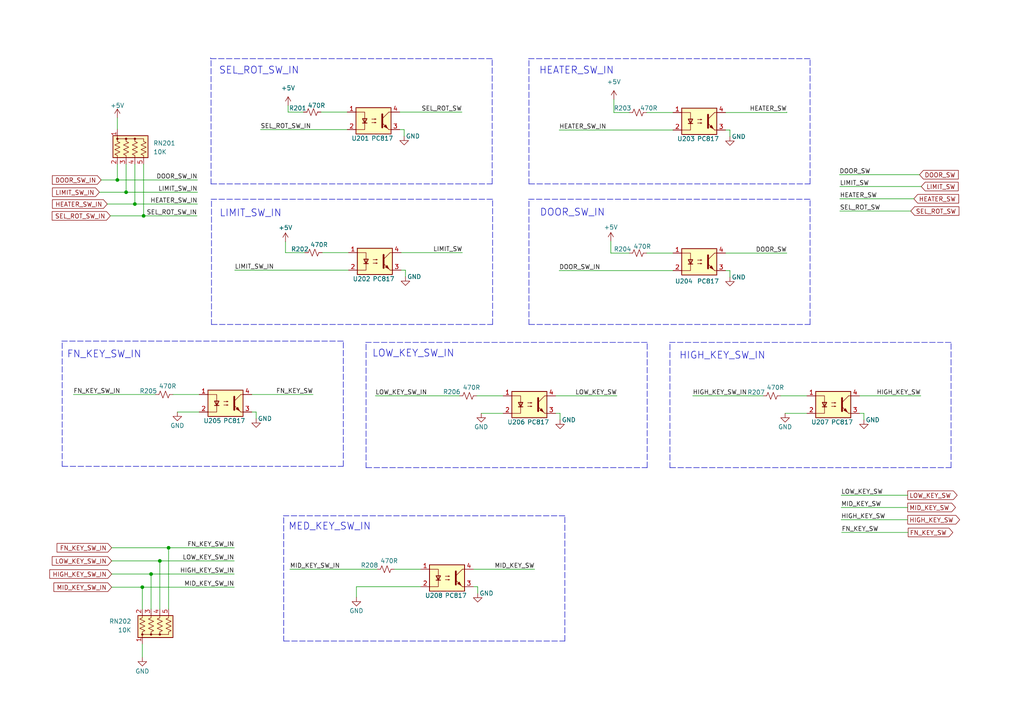
<source format=kicad_sch>
(kicad_sch (version 20211123) (generator eeschema)
  (paper "A4")
  (lib_symbols
    (symbol "Device:R_Network04_US" (pin_names (offset 0) hide)
      (property "Reference" "RN" (at -7.62 0 90))
      (property "Value" "R_Network04_US" (at 5.08 0 90))
      (symbol "R_Network04_US_0_1"
        (rectangle (start -6.35 -3.175) (end 3.81 3.175) (stroke (width 0.254)) (fill (type background)))
        (circle (center -5.08 2.286) (radius 0.254) (fill (type outline)))
        (circle (center -2.54 2.286) (radius 0.254) (fill (type outline)))
        (polyline (pts (xy -5.08 2.286) (xy 2.54 2.286)))
        (polyline (pts (xy -5.08 2.286) (xy -5.08 1.524) (xy -4.318 1.1684) (xy -5.842 0.508) (xy -4.318 -0.1524) (xy -5.842 -0.8382) (xy -4.318 -1.524) (xy -5.842 -2.1844) (xy -5.08 -2.54) (xy -5.08 -3.81)))
        (polyline (pts (xy -2.54 2.286) (xy -2.54 1.524) (xy -1.778 1.1684) (xy -3.302 0.508) (xy -1.778 -0.1524) (xy -3.302 -0.8382) (xy -1.778 -1.524) (xy -3.302 -2.1844) (xy -2.54 -2.54) (xy -2.54 -3.81)))
        (polyline (pts (xy 0 2.286) (xy 0 1.524) (xy 0.762 1.1684) (xy -0.762 0.508) (xy 0.762 -0.1524) (xy -0.762 -0.8382) (xy 0.762 -1.524) (xy -0.762 -2.1844) (xy 0 -2.54) (xy 0 -3.81)))
        (polyline (pts (xy 2.54 2.286) (xy 2.54 1.524) (xy 3.302 1.1684) (xy 1.778 0.508) (xy 3.302 -0.1524) (xy 1.778 -0.8382) (xy 3.302 -1.524) (xy 1.778 -2.1844) (xy 2.54 -2.54) (xy 2.54 -3.81)))
        (circle (center 0 2.286) (radius 0.254) (fill (type outline)))
      )
      (symbol "R_Network04_US_1_1"
        (pin passive line (at -5.08 5.08 270) (length 2.54) (name "common") (number "1"))
        (pin passive line (at -5.08 -5.08 90) (length 1.27) (name "R1") (number "2"))
        (pin passive line (at -2.54 -5.08 90) (length 1.27) (name "R2") (number "3"))
        (pin passive line (at 0 -5.08 90) (length 1.27) (name "R3") (number "4"))
        (pin passive line (at 2.54 -5.08 90) (length 1.27) (name "R4") (number "5"))
      )
    )
    (symbol "Device:R_Small_US" (pin_numbers hide) (pin_names (offset 0.254) hide)
      (property "Reference" "R" (at 0.762 0.508 0))
      (property "Value" "R_Small_US" (at 0.762 -1.016 0))
      (symbol "R_Small_US_1_1"
        (polyline (pts (xy 0 0) (xy 1.016 -0.381) (xy 0 -0.762) (xy -1.016 -1.143) (xy 0 -1.524)))
        (polyline (pts (xy 0 1.524) (xy 1.016 1.143) (xy 0 0.762) (xy -1.016 0.381) (xy 0 0)))
        (pin passive line (at 0 2.54 270) (length 1.016) (name "~") (number "1"))
        (pin passive line (at 0 -2.54 90) (length 1.016) (name "~") (number "2"))
      )
    )
    (symbol "Isolator:PC817" (pin_names (offset 1.016))
      (property "Reference" "U" (at -5.08 5.08 0))
      (property "Value" "PC817" (at 0 5.08 0))
      (symbol "PC817_0_1"
        (rectangle (start -5.08 3.81) (end 5.08 -3.81) (stroke (width 0.254)) (fill (type background)))
        (polyline (pts (xy -3.175 -0.635) (xy -1.905 -0.635)) (stroke (width 0.254)))
        (polyline (pts (xy 2.54 0.635) (xy 4.445 2.54)))
        (polyline (pts (xy 4.445 -2.54) (xy 2.54 -0.635)) (fill (type outline)))
        (polyline (pts (xy 4.445 -2.54) (xy 5.08 -2.54)))
        (polyline (pts (xy 4.445 2.54) (xy 5.08 2.54)))
        (polyline (pts (xy -5.08 2.54) (xy -2.54 2.54) (xy -2.54 -0.635)))
        (polyline (pts (xy -2.54 -0.635) (xy -2.54 -2.54) (xy -5.08 -2.54)))
        (polyline (pts (xy 2.54 1.905) (xy 2.54 -1.905) (xy 2.54 -1.905)) (stroke (width 0.508)))
        (polyline (pts (xy -2.54 -0.635) (xy -3.175 0.635) (xy -1.905 0.635) (xy -2.54 -0.635)) (stroke (width 0.254)))
        (polyline (pts (xy -0.508 -0.508) (xy 0.762 -0.508) (xy 0.381 -0.635) (xy 0.381 -0.381) (xy 0.762 -0.508)))
        (polyline (pts (xy -0.508 0.508) (xy 0.762 0.508) (xy 0.381 0.381) (xy 0.381 0.635) (xy 0.762 0.508)))
        (polyline (pts (xy 3.048 -1.651) (xy 3.556 -1.143) (xy 4.064 -2.159) (xy 3.048 -1.651) (xy 3.048 -1.651)) (fill (type outline)))
      )
      (symbol "PC817_1_1"
        (pin passive line (at -7.62 2.54 0) (length 2.54) (name "~") (number "1"))
        (pin passive line (at -7.62 -2.54 0) (length 2.54) (name "~") (number "2"))
        (pin passive line (at 7.62 -2.54 180) (length 2.54) (name "~") (number "3"))
        (pin passive line (at 7.62 2.54 180) (length 2.54) (name "~") (number "4"))
      )
    )
    (symbol "power:+5V" (power) (pin_names (offset 0))
      (property "Value" "+5V" (at 0 3.556 0))
      (symbol "+5V_0_1"
        (polyline (pts (xy -0.762 1.27) (xy 0 2.54)))
        (polyline (pts (xy 0 0) (xy 0 2.54)))
        (polyline (pts (xy 0 2.54) (xy 0.762 1.27)))
      )
      (symbol "+5V_1_1"
        (pin power_in line (at 0 0 90) (length 0) hide (name "+5V") (number "1"))
      )
    )
    (symbol "power:GND" (power) (pin_names (offset 0))
      (property "Value" "GND" (at 0 -3.81 0))
      (symbol "GND_0_1"
        (polyline (pts (xy 0 0) (xy 0 -1.27) (xy 1.27 -1.27) (xy 0 -2.54) (xy -1.27 -1.27) (xy 0 -1.27)))
      )
      (symbol "GND_1_1"
        (pin power_in line (at 0 0 270) (length 0) hide (name "GND") (number "1"))
      )
    )
  )
  (junction (at 46.355 162.687))
  (junction (at 36.576 55.753))
  (junction (at 41.656 62.611))
  (junction (at 43.815 166.497))
  (junction (at 48.895 158.877))
  (junction (at 34.036 52.197))
  (junction (at 39.116 59.182))
  (junction (at 41.275 170.307))
  (wire (pts (xy 182.499 32.639) (xy 178.054 32.639)))
  (wire (pts (xy 211.709 78.486) (xy 210.439 78.486)))
  (wire (pts (xy 263.398 154.432) (xy 244.094 154.432)))
  (wire (pts (xy 162.179 37.719) (xy 195.199 37.719)))
  (polyline (pts (xy 82.296 185.928) (xy 163.83 185.928)))
  (wire (pts (xy 250.571 119.888) (xy 249.301 119.888)))
  (wire (pts (xy 178.054 32.639) (xy 178.054 28.829)))
  (wire (pts (xy 227.711 119.888) (xy 234.061 119.888)))
  (wire (pts (xy 32.004 62.611) (xy 41.656 62.611)))
  (wire (pts (xy 93.091 32.512) (xy 100.711 32.512)))
  (wire (pts (xy 210.439 37.719) (xy 211.709 37.719)))
  (wire (pts (xy 117.221 39.497) (xy 117.221 37.592)))
  (wire (pts (xy 138.303 114.808) (xy 145.923 114.808)))
  (polyline (pts (xy 194.31 135.636) (xy 275.844 135.636)))
  (wire (pts (xy 115.951 32.512) (xy 133.985 32.512)))
  (wire (pts (xy 41.275 170.307) (xy 32.385 170.307)))
  (polyline (pts (xy 142.875 57.785) (xy 61.214 57.785)))
  (wire (pts (xy 46.355 162.687) (xy 32.385 162.687)))
  (wire (pts (xy 29.337 52.197) (xy 34.036 52.197)))
  (wire (pts (xy 67.945 170.307) (xy 41.275 170.307)))
  (wire (pts (xy 162.433 121.793) (xy 162.433 119.888)))
  (polyline (pts (xy 275.844 99.314) (xy 194.183 99.314)))
  (wire (pts (xy 43.815 166.497) (xy 32.385 166.497)))
  (polyline (pts (xy 153.416 58.293) (xy 153.416 94.107)))
  (wire (pts (xy 36.576 55.753) (xy 57.277 55.753)))
  (polyline (pts (xy 106.172 135.636) (xy 187.706 135.636)))
  (wire (pts (xy 83.566 32.512) (xy 88.011 32.512)))
  (polyline (pts (xy 163.83 149.606) (xy 82.169 149.606)))
  (polyline (pts (xy 234.95 53.34) (xy 234.95 17.018)))
  (wire (pts (xy 162.433 119.888) (xy 161.163 119.888)))
  (wire (pts (xy 67.945 166.497) (xy 43.815 166.497)))
  (wire (pts (xy 82.804 73.279) (xy 82.804 70.104)))
  (wire (pts (xy 162.179 78.486) (xy 195.199 78.486)))
  (wire (pts (xy 117.221 37.592) (xy 115.951 37.592)))
  (polyline (pts (xy 61.214 53.34) (xy 142.748 53.34)))
  (polyline (pts (xy 153.416 94.107) (xy 234.95 94.107)))
  (wire (pts (xy 48.895 158.877) (xy 32.385 158.877)))
  (wire (pts (xy 51.435 119.507) (xy 57.785 119.507)))
  (wire (pts (xy 93.472 73.279) (xy 101.092 73.279)))
  (polyline (pts (xy 142.875 94.107) (xy 142.875 57.785)))
  (wire (pts (xy 43.815 166.497) (xy 43.815 176.657)))
  (wire (pts (xy 117.602 78.359) (xy 116.332 78.359)))
  (wire (pts (xy 21.2852 114.427) (xy 45.085 114.427)))
  (wire (pts (xy 263.271 147.193) (xy 243.967 147.193)))
  (wire (pts (xy 39.116 47.625) (xy 39.116 59.182)))
  (wire (pts (xy 83.566 30.607) (xy 83.566 32.512)))
  (wire (pts (xy 84.074 165.1) (xy 109.347 165.1)))
  (polyline (pts (xy 194.31 99.822) (xy 194.31 135.636)))
  (wire (pts (xy 263.271 150.749) (xy 243.967 150.749)))
  (wire (pts (xy 103.378 173.228) (xy 103.378 170.18)))
  (wire (pts (xy 41.275 190.627) (xy 41.275 186.817)))
  (wire (pts (xy 34.036 52.197) (xy 57.277 52.197)))
  (wire (pts (xy 67.945 158.877) (xy 48.895 158.877)))
  (polyline (pts (xy 106.172 99.822) (xy 106.172 135.636)))
  (polyline (pts (xy 142.748 53.34) (xy 142.748 17.018)))
  (wire (pts (xy 50.165 114.427) (xy 57.785 114.427)))
  (polyline (pts (xy 234.95 94.107) (xy 234.95 57.785)))
  (wire (pts (xy 68.072 78.359) (xy 101.092 78.359)))
  (wire (pts (xy 117.602 80.264) (xy 117.602 78.359)))
  (wire (pts (xy 211.709 37.719) (xy 211.709 39.624)))
  (polyline (pts (xy 61.087 16.764) (xy 61.087 17.018)))
  (wire (pts (xy 103.378 170.18) (xy 122.047 170.18)))
  (polyline (pts (xy 99.568 135.255) (xy 99.568 98.933)))
  (wire (pts (xy 210.439 32.639) (xy 228.219 32.639)))
  (polyline (pts (xy 163.83 185.928) (xy 163.83 149.606)))
  (wire (pts (xy 161.163 114.808) (xy 178.943 114.808)))
  (wire (pts (xy 82.804 73.279) (xy 88.392 73.279)))
  (polyline (pts (xy 61.214 17.526) (xy 61.214 53.34)))
  (polyline (pts (xy 61.341 58.293) (xy 61.341 94.107)))
  (wire (pts (xy 187.579 73.406) (xy 195.199 73.406)))
  (polyline (pts (xy 275.844 135.636) (xy 275.844 99.314)))
  (polyline (pts (xy 187.706 135.636) (xy 187.706 99.314)))
  (polyline (pts (xy 187.706 99.314) (xy 106.045 99.314)))
  (wire (pts (xy 200.914 114.808) (xy 221.361 114.808)))
  (wire (pts (xy 187.579 32.639) (xy 195.199 32.639)))
  (wire (pts (xy 48.895 158.877) (xy 48.895 176.657)))
  (polyline (pts (xy 153.416 17.526) (xy 153.416 53.34)))
  (wire (pts (xy 34.036 34.163) (xy 34.036 37.465)))
  (wire (pts (xy 67.945 162.687) (xy 46.355 162.687)))
  (polyline (pts (xy 234.95 17.018) (xy 153.289 17.018)))
  (wire (pts (xy 41.656 62.611) (xy 57.15 62.611)))
  (wire (pts (xy 243.586 61.214) (xy 264.16 61.214)))
  (wire (pts (xy 210.439 73.406) (xy 228.219 73.406)))
  (wire (pts (xy 177.165 69.977) (xy 177.165 73.406)))
  (polyline (pts (xy 61.341 94.107) (xy 142.875 94.107)))
  (wire (pts (xy 31.115 59.182) (xy 39.116 59.182)))
  (wire (pts (xy 243.586 57.658) (xy 265.049 57.658)))
  (polyline (pts (xy 234.95 57.785) (xy 153.289 57.785)))
  (wire (pts (xy 108.8644 114.808) (xy 133.223 114.808)))
  (polyline (pts (xy 82.296 150.114) (xy 82.296 185.928)))
  (wire (pts (xy 34.036 47.625) (xy 34.036 52.197)))
  (polyline (pts (xy 18.034 135.255) (xy 99.568 135.255)))
  (wire (pts (xy 137.287 165.1) (xy 155.067 165.1)))
  (wire (pts (xy 243.459 50.673) (xy 266.7 50.673)))
  (wire (pts (xy 138.557 172.085) (xy 138.557 170.18)))
  (wire (pts (xy 39.116 59.182) (xy 57.277 59.182)))
  (wire (pts (xy 228.219 32.512) (xy 228.219 32.639)))
  (wire (pts (xy 36.576 47.625) (xy 36.576 55.753)))
  (wire (pts (xy 75.565 37.592) (xy 100.711 37.592)))
  (polyline (pts (xy 18.034 99.441) (xy 18.034 135.255)))
  (wire (pts (xy 139.573 119.888) (xy 145.923 119.888)))
  (wire (pts (xy 28.829 55.753) (xy 36.576 55.753)))
  (wire (pts (xy 138.557 170.18) (xy 137.287 170.18)))
  (polyline (pts (xy 99.568 98.933) (xy 17.907 98.933)))
  (polyline (pts (xy 153.416 53.34) (xy 234.95 53.34)))
  (wire (pts (xy 177.165 73.406) (xy 182.499 73.406)))
  (wire (pts (xy 41.275 170.307) (xy 41.275 176.657)))
  (wire (pts (xy 114.427 165.1) (xy 122.047 165.1)))
  (wire (pts (xy 211.709 80.391) (xy 211.709 78.486)))
  (wire (pts (xy 243.586 54.102) (xy 267.208 54.102)))
  (wire (pts (xy 249.301 114.808) (xy 267.081 114.808)))
  (wire (pts (xy 250.571 121.793) (xy 250.571 119.888)))
  (wire (pts (xy 41.656 47.625) (xy 41.656 62.611)))
  (wire (pts (xy 263.271 143.637) (xy 243.967 143.637)))
  (wire (pts (xy 74.295 121.412) (xy 74.295 119.507)))
  (wire (pts (xy 116.332 73.279) (xy 134.112 73.279)))
  (wire (pts (xy 74.295 119.507) (xy 73.025 119.507)))
  (wire (pts (xy 73.025 114.427) (xy 90.805 114.427)))
  (wire (pts (xy 226.441 114.808) (xy 234.061 114.808)))
  (wire (pts (xy 46.355 162.687) (xy 46.355 176.657)))
  (polyline (pts (xy 142.748 17.018) (xy 61.087 17.018)))
  (text "FN_KEY_SW_IN" (at 19.3802 104.0384 0) (effects (font (size 2.032 2.032)) (justify left bottom)))
  (text "LIMIT_SW_IN" (at 63.627 63.119 0) (effects (font (size 2.032 2.032)) (justify left bottom)))
  (text "HIGH_KEY_SW_IN" (at 196.977 104.394 0) (effects (font (size 2.032 2.032)) (justify left bottom)))
  (text "DOOR_SW_IN" (at 156.5402 62.9158 0) (effects (font (size 2.032 2.032)) (justify left bottom)))
  (text "MED_KEY_SW_IN" (at 83.6168 153.9748 0) (effects (font (size 2.032 2.032)) (justify left bottom)))
  (text "HEATER_SW_IN" (at 156.337 21.717 0) (effects (font (size 2.032 2.032)) (justify left bottom)))
  (text "SEL_ROT_SW_IN" (at 63.4746 21.717 0) (effects (font (size 2.032 2.032)) (justify left bottom)))
  (text "LOW_KEY_SW_IN" (at 107.9246 103.7844 0) (effects (font (size 2.032 2.032)) (justify left bottom)))
  (label "LOW_KEY_SW_IN" (at 108.8644 114.808 0))
  (label "DOOR_SW" (at 243.459 50.673 0))
  (label "LIMIT_SW_IN" (at 68.072 78.359 0))
  (label "MID_KEY_SW" (at 155.067 165.1 180))
  (label "DOOR_SW_IN" (at 162.179 78.486 0))
  (label "FN_KEY_SW" (at 244.094 154.432 0))
  (label "DOOR_SW_IN" (at 57.277 52.197 180))
  (label "LOW_KEY_SW" (at 243.967 143.637 0))
  (label "HIGH_KEY_SW_IN" (at 67.945 166.497 180))
  (label "FN_KEY_SW_IN" (at 67.945 158.877 180))
  (label "HIGH_KEY_SW" (at 267.081 114.808 180))
  (label "SEL_ROT_SW_IN" (at 75.565 37.592 0))
  (label "LIMIT_SW" (at 134.112 73.279 180))
  (label "SEL_ROT_SW" (at 243.586 61.214 0))
  (label "LOW_KEY_SW_IN" (at 67.945 162.687 180))
  (label "HEATER_SW_IN" (at 162.179 37.719 0))
  (label "MID_KEY_SW" (at 243.967 147.193 0))
  (label "FN_KEY_SW" (at 90.805 114.427 180))
  (label "HIGH_KEY_SW_IN" (at 200.914 114.808 0))
  (label "MID_KEY_SW_IN" (at 84.074 165.1 0))
  (label "HEATER_SW" (at 228.219 32.512 180))
  (label "MID_KEY_SW_IN" (at 67.945 170.307 180))
  (label "LIMIT_SW" (at 243.586 54.102 0))
  (label "HIGH_KEY_SW" (at 243.967 150.749 0))
  (label "LIMIT_SW_IN" (at 57.277 55.753 180))
  (label "SEL_ROT_SW" (at 133.985 32.512 180))
  (label "LOW_KEY_SW" (at 178.943 114.808 180))
  (label "HEATER_SW_IN" (at 57.277 59.182 180))
  (label "SEL_ROT_SW_IN" (at 57.15 62.611 180))
  (label "HEATER_SW" (at 243.586 57.658 0))
  (label "DOOR_SW" (at 228.219 73.406 180))
  (label "FN_KEY_SW_IN" (at 21.2852 114.427 0))
  (global_label "DOOR_SW_IN" (shape input) (at 29.337 52.197 180) (property "Intersheet References" "${INTERSHEET_REFS}" (effects hide)))
  (global_label "FN_KEY_SW_IN" (shape input) (at 32.385 158.877 180) (property "Intersheet References" "${INTERSHEET_REFS}" (effects hide)))
  (global_label "HIGH_KEY_SW_IN" (shape input) (at 32.385 166.497 180) (property "Intersheet References" "${INTERSHEET_REFS}" (effects hide)))
  (global_label "FN_KEY_SW" (shape output) (at 263.398 154.432 0) (property "Intersheet References" "${INTERSHEET_REFS}" (effects hide)))
  (global_label "LOW_KEY_SW_IN" (shape input) (at 32.385 162.687 180) (property "Intersheet References" "${INTERSHEET_REFS}" (effects hide)))
  (global_label "LIMIT_SW" (shape input) (at 267.208 54.102 0) (property "Intersheet References" "${INTERSHEET_REFS}" (effects hide)))
  (global_label "DOOR_SW" (shape input) (at 266.7 50.673 0) (property "Intersheet References" "${INTERSHEET_REFS}" (effects hide)))
  (global_label "HIGH_KEY_SW" (shape output) (at 263.271 150.749 0) (property "Intersheet References" "${INTERSHEET_REFS}" (effects hide)))
  (global_label "LIMIT_SW_IN" (shape input) (at 28.829 55.753 180) (property "Intersheet References" "${INTERSHEET_REFS}" (effects hide)))
  (global_label "HEATER_SW_IN" (shape input) (at 31.115 59.182 180) (property "Intersheet References" "${INTERSHEET_REFS}" (effects hide)))
  (global_label "MID_KEY_SW" (shape output) (at 263.271 147.193 0) (property "Intersheet References" "${INTERSHEET_REFS}" (effects hide)))
  (global_label "SEL_ROT_SW_IN" (shape input) (at 32.004 62.611 180) (property "Intersheet References" "${INTERSHEET_REFS}" (effects hide)))
  (global_label "LOW_KEY_SW" (shape output) (at 263.271 143.637 0) (property "Intersheet References" "${INTERSHEET_REFS}" (effects hide)))
  (global_label "HEATER_SW" (shape input) (at 265.049 57.658 0) (property "Intersheet References" "${INTERSHEET_REFS}" (effects hide)))
  (global_label "MID_KEY_SW_IN" (shape input) (at 32.385 170.307 180) (property "Intersheet References" "${INTERSHEET_REFS}" (effects hide)))
  (global_label "SEL_ROT_SW" (shape input) (at 264.16 61.214 0) (property "Intersheet References" "${INTERSHEET_REFS}" (effects hide)))
  (symbol (lib_id "power:+5V") (at 177.165 69.977 0) (unit 1)
    (property "Reference" "#PWR018" (effects hide))
    (property "Value" "+5V" (at 177.165 65.913 0))
  )
  (symbol (lib_id "power:GND") (at 162.433 121.793 0) (unit 1)
    (property "Reference" "#PWR017" (effects hide))
    (property "Value" "GND" (at 164.973 121.793 0))
  )
  (symbol (lib_id "power:+5V") (at 34.036 34.163 0) (unit 1)
    (property "Reference" "#PWR06" (effects hide))
    (property "Value" "+5V" (at 34.036 30.607 0))
  )
  (symbol (lib_id "power:GND") (at 227.711 119.888 0) (unit 1)
    (property "Reference" "#PWR022" (effects hide))
    (property "Value" "GND" (at 227.711 123.825 0))
  )
  (symbol (lib_id "Isolator:PC817") (at 108.712 75.819 0) (unit 1)
    (property "Reference" "U202" (at 104.902 80.899 0))
    (property "Value" "PC817" (at 111.252 80.899 0))
    (property "Footprint" "User_Package_DIP:DIP-4_W7.62mm_LongPads" (effects hide))
    (property "Datasheet" "http://www.soselectronic.cz/a_info/resource/d/pc817.pdf" (effects hide))
  )
  (symbol (lib_id "Isolator:PC817") (at 153.543 117.348 0) (unit 1)
    (property "Reference" "U206" (at 149.733 122.428 0))
    (property "Value" "PC817" (at 156.083 122.428 0))
    (property "Footprint" "User_Package_DIP:DIP-4_W7.62mm_LongPads" (effects hide))
    (property "Datasheet" "http://www.soselectronic.cz/a_info/resource/d/pc817.pdf" (effects hide))
  )
  (symbol (lib_id "Isolator:PC817") (at 241.681 117.348 0) (unit 1)
    (property "Reference" "U207" (at 237.871 122.428 0))
    (property "Value" "PC817" (at 244.221 122.428 0))
    (property "Footprint" "User_Package_DIP:DIP-4_W7.62mm_LongPads" (effects hide))
    (property "Datasheet" "http://www.soselectronic.cz/a_info/resource/d/pc817.pdf" (effects hide))
  )
  (symbol (lib_id "power:GND") (at 51.435 119.507 0) (unit 1)
    (property "Reference" "#PWR08" (effects hide))
    (property "Value" "GND" (at 51.435 123.444 0))
  )
  (symbol (lib_id "Device:R_Small_US") (at 185.039 73.406 90) (unit 1)
    (property "Reference" "R204" (at 183.134 72.263 90) (effects (justify left)))
    (property "Value" "470R" (at 188.849 71.501 90) (effects (justify left)))
    (property "Footprint" "User_Resostor_THT:R_Axial_DIN0207_L6.3mm_D2.5mm_P10.16mm_Horizontal" (effects hide))
  )
  (symbol (lib_id "power:GND") (at 211.709 39.624 0) (unit 1)
    (property "Reference" "#PWR020" (effects hide))
    (property "Value" "GND" (at 214.249 39.624 0))
  )
  (symbol (lib_id "Device:R_Small_US") (at 90.932 73.279 90) (unit 1)
    (property "Reference" "R202" (at 89.535 72.263 90) (effects (justify left)))
    (property "Value" "470R" (at 95.123 70.993 90) (effects (justify left)))
    (property "Footprint" "User_Resostor_THT:R_Axial_DIN0207_L6.3mm_D2.5mm_P10.16mm_Horizontal" (effects hide))
  )
  (symbol (lib_id "Device:R_Small_US") (at 185.039 32.639 90) (unit 1)
    (property "Reference" "R203" (at 183.134 31.369 90) (effects (justify left)))
    (property "Value" "470R" (at 190.754 31.369 90) (effects (justify left)))
    (property "Footprint" "User_Resostor_THT:R_Axial_DIN0207_L6.3mm_D2.5mm_P10.16mm_Horizontal" (effects hide))
  )
  (symbol (lib_id "power:GND") (at 74.295 121.412 0) (unit 1)
    (property "Reference" "#PWR09" (effects hide))
    (property "Value" "GND" (at 76.835 121.412 0))
  )
  (symbol (lib_id "Isolator:PC817") (at 65.405 116.967 0) (unit 1)
    (property "Reference" "U205" (at 61.595 122.047 0))
    (property "Value" "PC817" (at 67.945 122.047 0))
    (property "Footprint" "User_Package_DIP:DIP-4_W7.62mm_LongPads" (effects hide))
    (property "Datasheet" "http://www.soselectronic.cz/a_info/resource/d/pc817.pdf" (effects hide))
  )
  (symbol (lib_id "power:+5V") (at 83.566 30.607 0) (unit 1)
    (property "Reference" "#PWR011" (effects hide))
    (property "Value" "+5V" (at 83.566 25.527 0))
  )
  (symbol (lib_id "Device:R_Small_US") (at 47.625 114.427 90) (unit 1)
    (property "Reference" "R205" (at 45.593 113.411 90) (effects (justify left)))
    (property "Value" "470R" (at 51.181 112.014 90) (effects (justify left)))
    (property "Footprint" "User_Resostor_THT:R_Axial_DIN0207_L6.3mm_D2.5mm_P10.16mm_Horizontal" (effects hide))
  )
  (symbol (lib_id "Isolator:PC817") (at 108.331 35.052 0) (unit 1)
    (property "Reference" "U201" (at 104.521 40.132 0))
    (property "Value" "PC817" (at 110.871 40.132 0))
    (property "Footprint" "User_Package_DIP:DIP-4_W7.62mm_LongPads" (effects hide))
    (property "Datasheet" "http://www.soselectronic.cz/a_info/resource/d/pc817.pdf" (effects hide))
  )
  (symbol (lib_id "power:GND") (at 138.557 172.085 0) (unit 1)
    (property "Reference" "#PWR015" (effects hide))
    (property "Value" "GND" (at 141.097 172.085 0))
  )
  (symbol (lib_id "Device:R_Small_US") (at 90.551 32.512 90) (unit 1)
    (property "Reference" "R201" (at 88.9 31.369 90) (effects (justify left)))
    (property "Value" "470R" (at 94.361 30.607 90) (effects (justify left)))
    (property "Footprint" "User_Resostor_THT:R_Axial_DIN0207_L6.3mm_D2.5mm_P10.16mm_Horizontal" (effects hide))
  )
  (symbol (lib_id "power:+5V") (at 82.804 70.104 0) (unit 1)
    (property "Reference" "#PWR010" (effects hide))
    (property "Value" "+5V" (at 82.804 66.04 0))
  )
  (symbol (lib_id "power:GND") (at 211.709 80.391 0) (unit 1)
    (property "Reference" "#PWR021" (effects hide))
    (property "Value" "GND" (at 214.249 80.391 0))
  )
  (symbol (lib_id "Device:R_Network04_US") (at 39.116 42.545 0) (unit 1)
    (property "Reference" "RN201" (at 44.45 41.5289 0) (effects (justify left)))
    (property "Value" "10K" (at 44.45 44.0689 0) (effects (justify left)))
    (property "Footprint" "User_Resostor_THT:R_Array_SIP5" (effects hide))
    (property "Datasheet" "http://www.vishay.com/docs/31509/csc.pdf" (effects hide))
  )
  (symbol (lib_id "Device:R_Small_US") (at 111.887 165.1 90) (unit 1)
    (property "Reference" "R208" (at 109.728 163.957 90) (effects (justify left)))
    (property "Value" "470R" (at 115.443 162.687 90) (effects (justify left)))
    (property "Footprint" "User_Resostor_THT:R_Axial_DIN0207_L6.3mm_D2.5mm_P10.16mm_Horizontal" (effects hide))
  )
  (symbol (lib_id "power:GND") (at 139.573 119.888 0) (unit 1)
    (property "Reference" "#PWR016" (effects hide))
    (property "Value" "GND" (at 139.573 123.825 0))
  )
  (symbol (lib_id "Isolator:PC817") (at 129.667 167.64 0) (unit 1)
    (property "Reference" "U208" (at 125.857 172.72 0))
    (property "Value" "PC817" (at 132.207 172.72 0))
    (property "Footprint" "User_Package_DIP:DIP-4_W7.62mm_LongPads" (effects hide))
    (property "Datasheet" "http://www.soselectronic.cz/a_info/resource/d/pc817.pdf" (effects hide))
  )
  (symbol (lib_id "power:GND") (at 103.378 173.228 0) (unit 1)
    (property "Reference" "#PWR012" (effects hide))
    (property "Value" "GND" (at 103.378 177.165 0))
  )
  (symbol (lib_id "power:GND") (at 250.571 121.793 0) (unit 1)
    (property "Reference" "#PWR023" (effects hide))
    (property "Value" "GND" (at 253.111 121.793 0))
  )
  (symbol (lib_id "power:GND") (at 117.221 39.497 0) (unit 1)
    (property "Reference" "#PWR013" (effects hide))
    (property "Value" "GND" (at 119.761 39.497 0))
  )
  (symbol (lib_id "power:GND") (at 117.602 80.264 0) (unit 1)
    (property "Reference" "#PWR014" (effects hide))
    (property "Value" "GND" (at 120.142 80.264 0))
  )
  (symbol (lib_id "Device:R_Network04_US") (at 46.355 181.737 0) (mirror x) (unit 1)
    (property "Reference" "RN202" (at 38.1 180.2129 0) (effects (justify right)))
    (property "Value" "10K" (at 38.1 182.7529 0) (effects (justify right)))
    (property "Footprint" "User_Resostor_THT:R_Array_SIP5" (effects hide))
    (property "Datasheet" "http://www.vishay.com/docs/31509/csc.pdf" (effects hide))
  )
  (symbol (lib_id "Device:R_Small_US") (at 135.763 114.808 90) (unit 1)
    (property "Reference" "R206" (at 133.604 113.665 90) (effects (justify left)))
    (property "Value" "470R" (at 139.319 112.395 90) (effects (justify left)))
    (property "Footprint" "User_Resostor_THT:R_Axial_DIN0207_L6.3mm_D2.5mm_P10.16mm_Horizontal" (effects hide))
  )
  (symbol (lib_id "power:GND") (at 41.275 190.627 0) (unit 1)
    (property "Reference" "#PWR07" (effects hide))
    (property "Value" "GND" (at 41.275 194.691 0))
  )
  (symbol (lib_id "Isolator:PC817") (at 202.819 75.946 0) (unit 1)
    (property "Reference" "U204" (at 198.374 82.296 0) (effects (justify bottom)))
    (property "Value" "PC817" (at 205.359 82.296 0) (effects (justify bottom)))
    (property "Footprint" "User_Package_DIP:DIP-4_W7.62mm_LongPads" (effects hide))
    (property "Datasheet" "http://www.soselectronic.cz/a_info/resource/d/pc817.pdf" (effects hide))
  )
  (symbol (lib_id "power:+5V") (at 178.054 28.829 0) (unit 1)
    (property "Reference" "#PWR019" (effects hide))
    (property "Value" "+5V" (at 178.054 23.749 0))
  )
  (symbol (lib_id "Isolator:PC817") (at 202.819 35.179 0) (unit 1)
    (property "Reference" "U203" (at 199.009 40.259 0))
    (property "Value" "PC817" (at 205.359 40.259 0))
    (property "Footprint" "User_Package_DIP:DIP-4_W7.62mm_LongPads" (effects hide))
    (property "Datasheet" "http://www.soselectronic.cz/a_info/resource/d/pc817.pdf" (effects hide))
  )
  (symbol (lib_id "Device:R_Small_US") (at 223.901 114.808 90) (unit 1)
    (property "Reference" "R207" (at 221.869 113.792 90) (effects (justify left)))
    (property "Value" "470R" (at 227.457 112.395 90) (effects (justify left)))
    (property "Footprint" "User_Resostor_THT:R_Axial_DIN0207_L6.3mm_D2.5mm_P10.16mm_Horizontal" (effects hide))
  )
)
</source>
